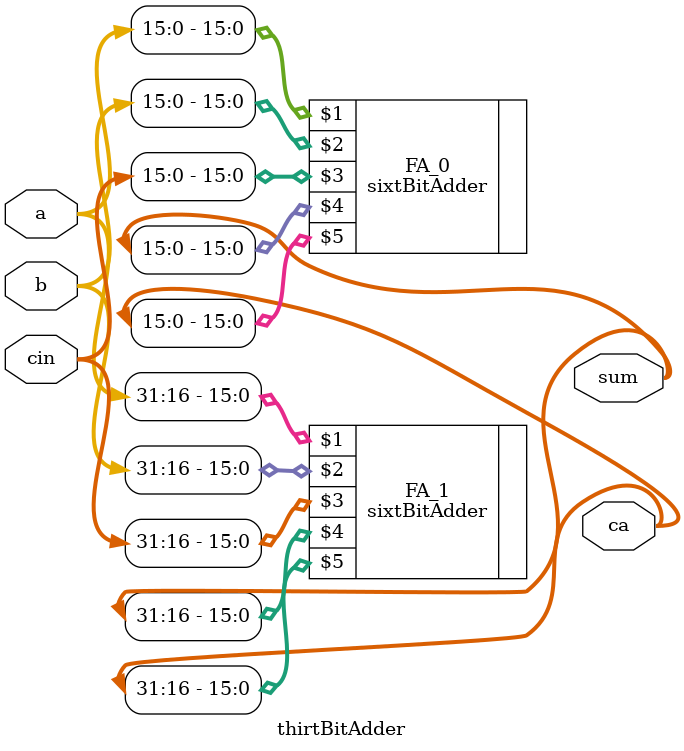
<source format=v>
`include "FullAdder/16BitAdder.v"

module thirtBitAdder(a,b,cin,sum,ca);
input[31:0] a,b;
input [31:0]cin;

output[31:0] sum;
output [31:0]ca;



sixtBitAdder FA_0(a[15:0],b[15:0],cin[15:0],sum[15:0],ca[15:0]);
sixtBitAdder FA_1(a[31:16],b[31:16],cin[31:16],sum[31:16],ca[31:16]);


endmodule

</source>
